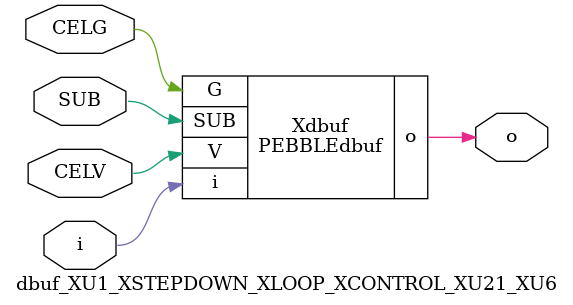
<source format=v>



module PEBBLEdbuf ( o, G, SUB, V, i );

  input V;
  input i;
  input G;
  output o;
  input SUB;
endmodule

//Celera Confidential Do Not Copy dbuf_XU1_XSTEPDOWN_XLOOP_XCONTROL_XU21_XU6
//Celera Confidential Symbol Generator
//Digital Buffer
module dbuf_XU1_XSTEPDOWN_XLOOP_XCONTROL_XU21_XU6 (CELV,CELG,i,o,SUB);
input CELV;
input CELG;
input i;
input SUB;
output o;

//Celera Confidential Do Not Copy dbuf
PEBBLEdbuf Xdbuf(
.V (CELV),
.i (i),
.o (o),
.SUB (SUB),
.G (CELG)
);
//,diesize,PEBBLEdbuf

//Celera Confidential Do Not Copy Module End
//Celera Schematic Generator
endmodule

</source>
